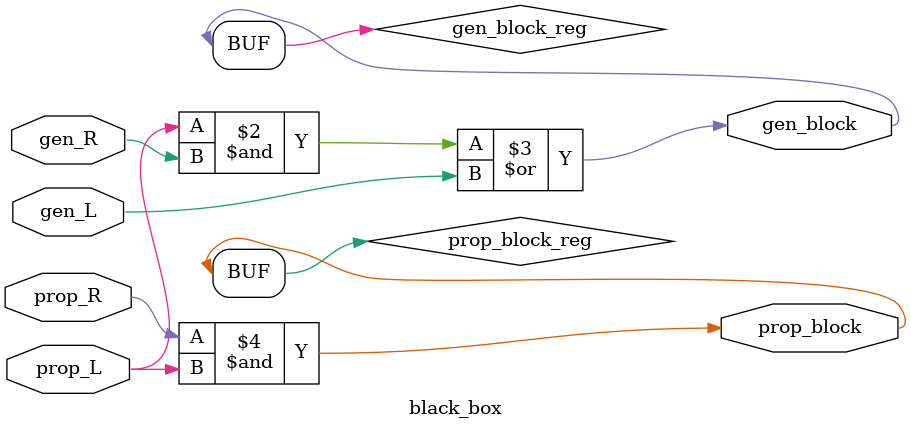
<source format=v>
module black_box(
input wire gen_L,gen_R,prop_L,prop_R,
output wire gen_block,prop_block);
    
reg gen_block_reg,prop_block_reg;

always@* begin
gen_block_reg=(prop_L&gen_R)|gen_L;
prop_block_reg=prop_R&prop_L;
end

assign gen_block=gen_block_reg;
assign prop_block=prop_block_reg;

endmodule

</source>
